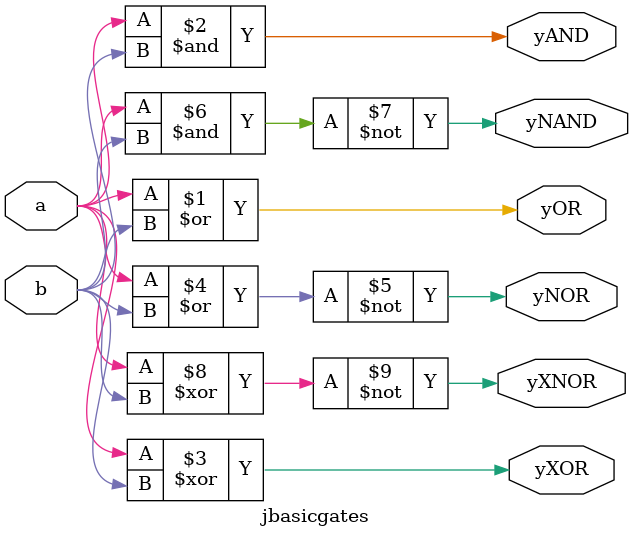
<source format=v>
module jbasicgates(yOR,yAND,yXOR,yNOR,yNAND,yXNOR,a,b);
  output yOR,yAND,yXOR,yNOR,yNAND,yXNOR;
  input a,b;
  
  assign yOR = a | b;
  assign yAND = a & b;
  assign yXOR = a ^ b;
  assign yNOR = ~(a | b);
  assign yNAND = ~(a & b);
  assign yXNOR = ~(a ^ b);
  
endmodule
</source>
